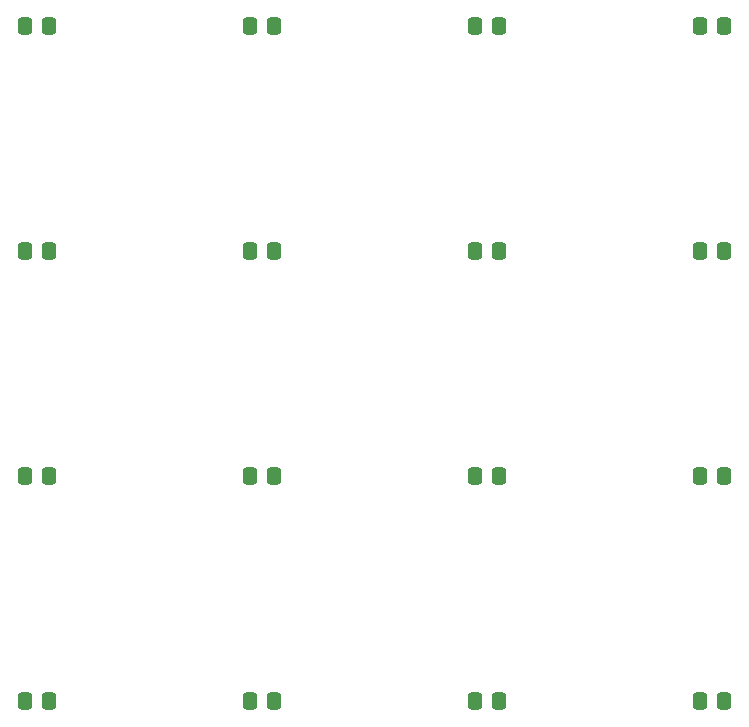
<source format=gbr>
%TF.GenerationSoftware,KiCad,Pcbnew,(7.0.0)*%
%TF.CreationDate,2023-03-09T16:04:36-06:00*%
%TF.ProjectId,RB-Macro16,52422d4d-6163-4726-9f31-362e6b696361,rev?*%
%TF.SameCoordinates,Original*%
%TF.FileFunction,Paste,Top*%
%TF.FilePolarity,Positive*%
%FSLAX46Y46*%
G04 Gerber Fmt 4.6, Leading zero omitted, Abs format (unit mm)*
G04 Created by KiCad (PCBNEW (7.0.0)) date 2023-03-09 16:04:36*
%MOMM*%
%LPD*%
G01*
G04 APERTURE LIST*
G04 Aperture macros list*
%AMRoundRect*
0 Rectangle with rounded corners*
0 $1 Rounding radius*
0 $2 $3 $4 $5 $6 $7 $8 $9 X,Y pos of 4 corners*
0 Add a 4 corners polygon primitive as box body*
4,1,4,$2,$3,$4,$5,$6,$7,$8,$9,$2,$3,0*
0 Add four circle primitives for the rounded corners*
1,1,$1+$1,$2,$3*
1,1,$1+$1,$4,$5*
1,1,$1+$1,$6,$7*
1,1,$1+$1,$8,$9*
0 Add four rect primitives between the rounded corners*
20,1,$1+$1,$2,$3,$4,$5,0*
20,1,$1+$1,$4,$5,$6,$7,0*
20,1,$1+$1,$6,$7,$8,$9,0*
20,1,$1+$1,$8,$9,$2,$3,0*%
G04 Aperture macros list end*
%ADD10RoundRect,0.250000X-0.337500X-0.475000X0.337500X-0.475000X0.337500X0.475000X-0.337500X0.475000X0*%
G04 APERTURE END LIST*
D10*
%TO.C,C14*%
X79172500Y-154156300D03*
X81247500Y-154156300D03*
%TD*%
%TO.C,C8*%
X117272500Y-116056300D03*
X119347500Y-116056300D03*
%TD*%
%TO.C,C3*%
X98222500Y-97006300D03*
X100297500Y-97006300D03*
%TD*%
%TO.C,C4*%
X117272500Y-97006300D03*
X119347500Y-97006300D03*
%TD*%
%TO.C,C6*%
X79172500Y-116056300D03*
X81247500Y-116056300D03*
%TD*%
%TO.C,C2*%
X79172500Y-97006300D03*
X81247500Y-97006300D03*
%TD*%
%TO.C,C1*%
X60122500Y-97006300D03*
X62197500Y-97006300D03*
%TD*%
%TO.C,C16*%
X117272500Y-154156300D03*
X119347500Y-154156300D03*
%TD*%
%TO.C,C15*%
X98222500Y-154156300D03*
X100297500Y-154156300D03*
%TD*%
%TO.C,C12*%
X117272500Y-135106300D03*
X119347500Y-135106300D03*
%TD*%
%TO.C,C9*%
X60122500Y-135106300D03*
X62197500Y-135106300D03*
%TD*%
%TO.C,C5*%
X60122500Y-116056300D03*
X62197500Y-116056300D03*
%TD*%
%TO.C,C11*%
X98222500Y-135106300D03*
X100297500Y-135106300D03*
%TD*%
%TO.C,C13*%
X60122500Y-154156300D03*
X62197500Y-154156300D03*
%TD*%
%TO.C,C7*%
X98222500Y-116056300D03*
X100297500Y-116056300D03*
%TD*%
%TO.C,C10*%
X79172500Y-135106300D03*
X81247500Y-135106300D03*
%TD*%
M02*

</source>
